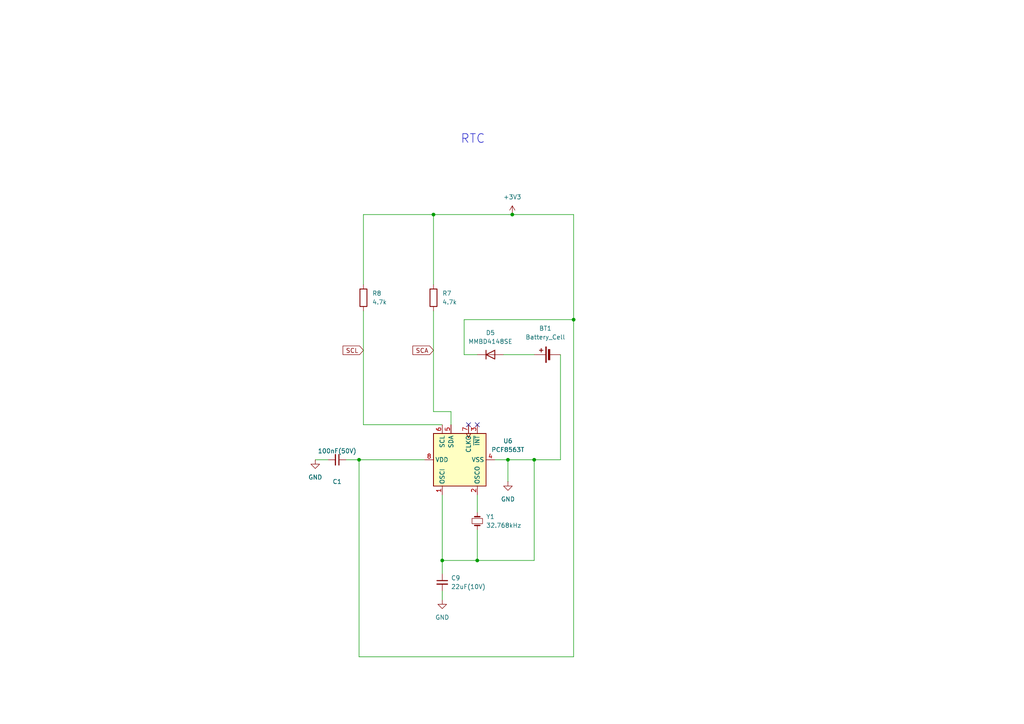
<source format=kicad_sch>
(kicad_sch (version 20250114) (generator "eeschema") (generator_version "9.0")
  (paper "A4")
  (lib_symbols
    (symbol "Device:Battery_Cell" (pin_numbers (hide yes)) (pin_names (offset 0) (hide yes))
      (property "Reference" "BT" (at 2.54 2.54 0))
      (property "Value" "Battery_Cell" (at 2.54 0 0))
      (symbol "Battery_Cell_0_1"
        (rectangle (start -2.286 1.778) (end 2.286 1.524) (fill (type outline)))
        (rectangle (start -1.524 1.016) (end 1.524 0.508) (fill (type outline)))
        (polyline (pts (xy 0 1.778) (xy 0 2.54)))
        (polyline (pts (xy 0 0.762) (xy 0 0)))
        (polyline (pts (xy 0.762 3.048) (xy 1.778 3.048)) (stroke (width 0.254)))
        (polyline (pts (xy 1.27 3.556) (xy 1.27 2.54)) (stroke (width 0.254)))
      )
      (symbol "Battery_Cell_1_1"
        (pin passive line (at 0 5.08 270) (length 2.54) (name "+") (number "1"))
        (pin passive line (at 0 -2.54 90) (length 2.54) (name "-") (number "2"))
      )
    )
    (symbol "Device:C_Small" (pin_numbers (hide yes)) (pin_names (offset 0.254) (hide yes))
      (property "Reference" "C" (at 0.254 1.778 0))
      (property "Value" "C_Small" (at 0.254 -2.032 0))
      (symbol "C_Small_0_1"
        (polyline (pts (xy -1.524 0.508) (xy 1.524 0.508)) (stroke (width 0.3048)))
        (polyline (pts (xy -1.524 -0.508) (xy 1.524 -0.508)) (stroke (width 0.3302)))
      )
      (symbol "C_Small_1_1"
        (pin passive line (at 0 2.54 270) (length 2.032) (name "~") (number "1"))
        (pin passive line (at 0 -2.54 90) (length 2.032) (name "~") (number "2"))
      )
    )
    (symbol "Device:R" (pin_numbers (hide yes)) (pin_names (offset 0))
      (property "Reference" "R" (at 2.032 0 90))
      (property "Value" "R" (at 0 0 90))
      (symbol "R_0_1"
        (rectangle (start -1.016 -2.54) (end 1.016 2.54) (stroke (width 0.254)))
      )
      (symbol "R_1_1"
        (pin passive line (at 0 3.81 270) (length 1.27) (name "~") (number "1"))
        (pin passive line (at 0 -3.81 90) (length 1.27) (name "~") (number "2"))
      )
    )
    (symbol "Diode:1N4148" (pin_numbers (hide yes)) (pin_names (hide yes))
      (property "Reference" "D" (at 0 2.54 0))
      (property "Value" "1N4148" (at 0 -2.54 0))
      (symbol "1N4148_0_1"
        (polyline (pts (xy -1.27 1.27) (xy -1.27 -1.27)) (stroke (width 0.254)))
        (polyline (pts (xy 1.27 1.27) (xy 1.27 -1.27) (xy -1.27 0) (xy 1.27 1.27)) (stroke (width 0.254)))
        (polyline (pts (xy 1.27 0) (xy -1.27 0)))
      )
      (symbol "1N4148_1_1"
        (pin passive line (at -3.81 0 0) (length 2.54) (name "K") (number "1"))
        (pin passive line (at 3.81 0 180) (length 2.54) (name "A") (number "2"))
      )
    )
    (symbol "PCM_SparkFun-Clock:Crystal_32.768kHz_3.2x1.5mm" (pin_numbers (hide yes)) (pin_names (offset 1.016) (hide yes))
      (property "Reference" "Y" (at 0 2.54 0))
      (property "Value" "32.768kHz" (at 0 -2.54 0))
      (symbol "Crystal_32.768kHz_3.2x1.5mm_0_1"
        (polyline (pts (xy -1.27 -0.762) (xy -1.27 0.762)) (stroke (width 0.381)))
        (rectangle (start -0.762 -1.524) (end 0.762 1.524))
        (polyline (pts (xy 1.27 -0.762) (xy 1.27 0.762)) (stroke (width 0.381)))
      )
      (symbol "Crystal_32.768kHz_3.2x1.5mm_1_1"
        (pin passive line (at -2.54 0 0) (length 1.27) (name "1") (number "1"))
        (pin passive line (at 2.54 0 180) (length 1.27) (name "2") (number "2"))
      )
    )
    (symbol "Timer_RTC:PCF8563T"
      (property "Reference" "U" (at -7.62 8.89 0))
      (property "Value" "PCF8563T" (at 2.54 8.89 0))
      (symbol "PCF8563T_0_1"
        (rectangle (start -7.62 7.62) (end 7.62 -7.62) (stroke (width 0.254)) (fill (type background)))
      )
      (symbol "PCF8563T_1_1"
        (pin input line (at -10.16 5.08 0) (length 2.54) (name "OSCI") (number "1"))
        (pin output line (at -10.16 -5.08 0) (length 2.54) (name "OSCO") (number "2"))
        (pin power_in line (at 0 10.16 270) (length 2.54) (name "VDD") (number "8"))
        (pin power_in line (at 0 -10.16 90) (length 2.54) (name "VSS") (number "4"))
        (pin input line (at 10.16 5.08 180) (length 2.54) (name "SCL") (number "6"))
        (pin bidirectional line (at 10.16 2.54 180) (length 2.54) (name "SDA") (number "5"))
        (pin output clock (at 10.16 -2.54 180) (length 2.54) (name "CLKO") (number "7"))
        (pin output line (at 10.16 -5.08 180) (length 2.54) (name "~{INT}") (number "3"))
      )
    )
    (symbol "power:+3V3" (power) (pin_numbers (hide yes)) (pin_names (offset 0) (hide yes))
      (property "Value" "+3V3" (at 0 3.556 0))
      (symbol "+3V3_0_1"
        (polyline (pts (xy -0.762 1.27) (xy 0 2.54)))
        (polyline (pts (xy 0 2.54) (xy 0.762 1.27)))
        (polyline (pts (xy 0 0) (xy 0 2.54)))
      )
      (symbol "+3V3_1_1"
        (pin power_in line (at 0 0 90) (length 0) (name "~") (number "1"))
      )
    )
    (symbol "power:GND" (power) (pin_numbers (hide yes)) (pin_names (offset 0) (hide yes))
      (property "Value" "GND" (at 0 -3.81 0))
      (symbol "GND_0_1"
        (polyline (pts (xy 0 0) (xy 0 -1.27) (xy 1.27 -1.27) (xy 0 -2.54) (xy -1.27 -1.27) (xy 0 -1.27)))
      )
      (symbol "GND_1_1"
        (pin power_in line (at 0 0 270) (length 0) (name "~") (number "1"))
      )
    )
  )
  (text "RTC" (at 137.16 40.386 0) (effects (font (size 2.54 2.54))))
  (junction (at 154.94 133.35))
  (junction (at 104.14 133.35))
  (junction (at 166.37 92.71))
  (junction (at 148.59 62.23))
  (junction (at 125.73 62.23))
  (junction (at 138.43 162.56))
  (junction (at 128.27 162.56))
  (junction (at 147.32 133.35))
  (no_connect (at 135.89 123.19))
  (no_connect (at 138.43 123.19))
  (wire (pts (xy 147.32 133.35) (xy 154.94 133.35)))
  (wire (pts (xy 128.27 123.19) (xy 105.41 123.19)))
  (wire (pts (xy 134.62 92.71) (xy 166.37 92.71)))
  (wire (pts (xy 125.73 90.17) (xy 125.73 119.38)))
  (wire (pts (xy 105.41 123.19) (xy 105.41 90.17)))
  (wire (pts (xy 146.05 102.87) (xy 154.94 102.87)))
  (wire (pts (xy 125.73 62.23) (xy 148.59 62.23)))
  (wire (pts (xy 154.94 133.35) (xy 162.56 133.35)))
  (wire (pts (xy 104.14 133.35) (xy 123.19 133.35)))
  (wire (pts (xy 162.56 102.87) (xy 162.56 133.35)))
  (wire (pts (xy 104.14 133.35) (xy 104.14 190.5)))
  (wire (pts (xy 100.33 133.35) (xy 104.14 133.35)))
  (wire (pts (xy 138.43 162.56) (xy 138.43 153.67)))
  (wire (pts (xy 128.27 143.51) (xy 128.27 162.56)))
  (wire (pts (xy 134.62 102.87) (xy 138.43 102.87)))
  (wire (pts (xy 147.32 139.7) (xy 147.32 133.35)))
  (wire (pts (xy 91.44 133.35) (xy 95.25 133.35)))
  (wire (pts (xy 147.32 133.35) (xy 143.51 133.35)))
  (wire (pts (xy 128.27 162.56) (xy 138.43 162.56)))
  (wire (pts (xy 166.37 92.71) (xy 166.37 190.5)))
  (wire (pts (xy 130.81 119.38) (xy 130.81 123.19)))
  (wire (pts (xy 125.73 62.23) (xy 125.73 82.55)))
  (wire (pts (xy 134.62 102.87) (xy 134.62 92.71)))
  (wire (pts (xy 138.43 143.51) (xy 138.43 148.59)))
  (wire (pts (xy 138.43 162.56) (xy 154.94 162.56)))
  (wire (pts (xy 128.27 166.37) (xy 128.27 162.56)))
  (wire (pts (xy 148.59 62.23) (xy 166.37 62.23)))
  (wire (pts (xy 128.27 173.99) (xy 128.27 171.45)))
  (wire (pts (xy 105.41 62.23) (xy 125.73 62.23)))
  (wire (pts (xy 125.73 119.38) (xy 130.81 119.38)))
  (wire (pts (xy 105.41 62.23) (xy 105.41 82.55)))
  (wire (pts (xy 154.94 133.35) (xy 154.94 162.56)))
  (wire (pts (xy 104.14 190.5) (xy 166.37 190.5)))
  (wire (pts (xy 166.37 62.23) (xy 166.37 92.71)))
  (global_label "SCL" (shape input) (at 105.41 101.6 180) (property "Intersheetrefs" "${INTERSHEET_REFS}" (effects (hide yes))))
  (global_label "SCA" (shape input) (at 125.73 101.6 180) (property "Intersheetrefs" "${INTERSHEET_REFS}" (effects (hide yes))))
  (symbol (lib_id "power:GND") (at 128.27 173.99 0) (unit 1)
    (property "Reference" "#PWR033" (effects (hide yes)))
    (property "Value" "GND" (at 128.27 179.07 0))
    (property "Description" "Power symbol creates a global label with name \"GND\" , ground" (effects (hide yes)))
  )
  (symbol (lib_id "Timer_RTC:PCF8563T") (at 133.35 133.35 90) (unit 1)
    (property "Reference" "U6" (at 147.32 127.9046 90))
    (property "Value" "PCF8563T" (at 147.32 130.4446 90))
    (property "Footprint" "Package_SO:SOIC-8_3.9x4.9mm_P1.27mm" (effects (hide yes)))
    (property "Datasheet" "https://www.nxp.com/docs/en/data-sheet/PCF8563.pdf" (effects (hide yes)))
    (property "Description" "Realtime Clock/Calendar I2C Interface, SOIC-8" (effects (hide yes)))
    (property "LCSC" "C722469" (effects (hide yes)))
    (property "BASIC" "x" (effects (hide yes)))
  )
  (symbol (lib_id "Device:C_Small") (at 97.79 133.35 270) (mirror x) (unit 1)
    (property "Reference" "C1" (at 97.7837 139.7 90))
    (property "Value" "100nF(50V)" (at 97.79 130.81 90))
    (property "Footprint" "Capacitor_SMD:C_0402_1005Metric" (effects (hide yes)))
    (property "Description" "Unpolarized capacitor, small symbol" (effects (hide yes)))
    (property "LCSC" "C307331" (effects (hide yes)))
    (property "BASIC" "x" (effects (hide yes)))
  )
  (symbol (lib_id "power:GND") (at 147.32 139.7 0) (unit 1)
    (property "Reference" "#PWR034" (effects (hide yes)))
    (property "Value" "GND" (at 147.32 144.78 0))
    (property "Description" "Power symbol creates a global label with name \"GND\" , ground" (effects (hide yes)))
  )
  (symbol (lib_id "Device:R") (at 125.73 86.36 0) (unit 1)
    (property "Reference" "R7" (at 128.27 85.0899 0) (effects (justify left)))
    (property "Value" "4.7k" (at 128.27 87.6299 0) (effects (justify left)))
    (property "Footprint" "Resistor_SMD:R_0402_1005Metric" (effects (hide yes)))
    (property "Description" "Resistor" (effects (hide yes)))
    (property "LCSC" "C25900" (effects (hide yes)))
    (property "BASIC" "x" (effects (hide yes)))
  )
  (symbol (lib_id "Diode:1N4148") (at 142.24 102.87 0) (unit 1)
    (property "Reference" "D5" (at 142.24 96.52 0))
    (property "Value" "MMBD4148SE" (at 142.24 99.06 0))
    (property "Footprint" "Package_TO_SOT_SMD:SOT-23" (effects (hide yes)))
    (property "Datasheet" "https://assets.nexperia.com/documents/data-sheet/1N4148_1N4448.pdf" (effects (hide yes)))
    (property "Description" "100V 0.15A standard switching diode, DO-35" (effects (hide yes)))
    (property "Sim.Device" "D" (effects (hide yes)))
    (property "Sim.Pins" "1=K 2=A" (effects (hide yes)))
    (property "LCSC" "C17179590" (effects (hide yes)))
    (property "BASIC" "x" (effects (hide yes)))
  )
  (symbol (lib_id "PCM_SparkFun-Clock:Crystal_32.768kHz_3.2x1.5mm") (at 138.43 151.13 90) (unit 1)
    (property "Reference" "Y1" (at 140.97 149.8599 90) (effects (justify right)))
    (property "Value" "32.768kHz" (at 140.97 152.3999 90) (effects (justify right)))
    (property "Footprint" "PCM_SparkFun-Clock:Crystal_SMD_3.2x1.5mm" (effects (hide yes)))
    (property "Datasheet" "https://abracon.com/Resonators/ABS07.pdf" (effects (hide yes)))
    (property "Description" "Crystal" (effects (hide yes)))
    (property "PROD_ID" "XTAL-13062" (effects (hide yes)))
    (property "LCSC" "C32346" (effects (hide yes)))
    (property "BASIC" "x" (effects (hide yes)))
  )
  (symbol (lib_id "Device:Battery_Cell") (at 160.02 102.87 90) (unit 1)
    (property "Reference" "BT1" (at 158.1785 95.25 90))
    (property "Value" "Battery_Cell" (at 158.1785 97.79 90))
    (property "Footprint" "Battery:BatteryHolder_Keystone_3034_1x20mm" (effects (hide yes)))
    (property "Description" "Single-cell battery" (effects (hide yes)))
    (property "LCSC" "C70377" (effects (hide yes)))
    (property "BASIC" "NA" (effects (hide yes)))
  )
  (symbol (lib_id "power:+3V3") (at 148.59 62.23 0) (unit 1)
    (property "Reference" "#PWR035" (effects (hide yes)))
    (property "Value" "+3V3" (at 148.59 57.15 0))
    (property "Description" "Power symbol creates a global label with name \"+3V3\"" (effects (hide yes)))
  )
  (symbol (lib_id "power:GND") (at 91.44 133.35 0) (unit 1)
    (property "Reference" "#PWR027" (effects (hide yes)))
    (property "Value" "GND" (at 91.44 138.43 0))
    (property "Description" "Power symbol creates a global label with name \"GND\" , ground" (effects (hide yes)))
  )
  (symbol (lib_id "Device:C_Small") (at 128.27 168.91 0) (unit 1)
    (property "Reference" "C9" (at 130.81 167.6462 0) (effects (justify left)))
    (property "Value" "22uF(10V)" (at 130.81 170.1862 0) (effects (justify left)))
    (property "Footprint" "Capacitor_SMD:C_1206_3216Metric" (effects (hide yes)))
    (property "Description" "Unpolarized capacitor, small symbol" (effects (hide yes)))
    (property "LCSC" "C12891" (effects (hide yes)))
    (property "BASIC" "x" (effects (hide yes)))
  )
  (symbol (lib_id "Device:R") (at 105.41 86.36 0) (unit 1)
    (property "Reference" "R8" (at 107.95 85.0899 0) (effects (justify left)))
    (property "Value" "4.7k" (at 107.95 87.6299 0) (effects (justify left)))
    (property "Footprint" "Resistor_SMD:R_0402_1005Metric" (effects (hide yes)))
    (property "Description" "Resistor" (effects (hide yes)))
    (property "LCSC" "C25900" (effects (hide yes)))
    (property "BASIC" "x" (effects (hide yes)))
  )
)
</source>
